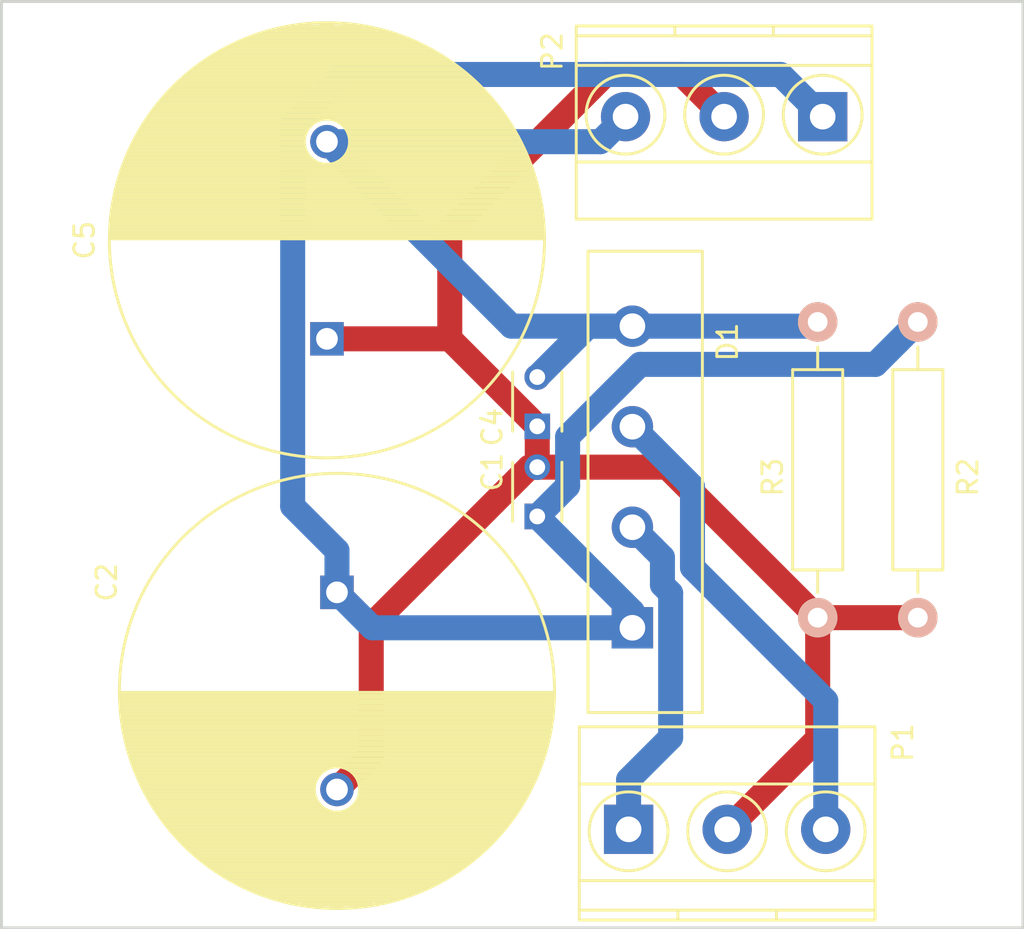
<source format=kicad_pcb>
(kicad_pcb (version 20171130) (host pcbnew "(5.1.12)-1")

  (general
    (thickness 1.6)
    (drawings 4)
    (tracks 53)
    (zones 0)
    (modules 13)
    (nets 6)
  )

  (page A4)
  (layers
    (0 F.Cu signal)
    (31 B.Cu signal)
    (32 B.Adhes user hide)
    (33 F.Adhes user hide)
    (34 B.Paste user hide)
    (35 F.Paste user hide)
    (36 B.SilkS user hide)
    (37 F.SilkS user hide)
    (38 B.Mask user hide)
    (39 F.Mask user hide)
    (40 Dwgs.User user hide)
    (41 Cmts.User user hide)
    (42 Eco1.User user hide)
    (43 Eco2.User user hide)
    (44 Edge.Cuts user)
    (45 Margin user hide)
    (46 B.CrtYd user hide)
    (47 F.CrtYd user hide)
    (48 B.Fab user hide)
    (49 F.Fab user hide)
  )

  (setup
    (last_trace_width 0.254)
    (trace_clearance 0.254)
    (zone_clearance 0.508)
    (zone_45_only no)
    (trace_min 0.1524)
    (via_size 0.6858)
    (via_drill 0.3302)
    (via_min_size 0.6858)
    (via_min_drill 0.3302)
    (uvia_size 0.127)
    (uvia_drill 0.0254)
    (uvias_allowed no)
    (uvia_min_size 0)
    (uvia_min_drill 0)
    (edge_width 0.15)
    (segment_width 0.2)
    (pcb_text_width 0.3)
    (pcb_text_size 1.5 1.5)
    (mod_edge_width 0.15)
    (mod_text_size 1 1)
    (mod_text_width 0.15)
    (pad_size 1.524 1.524)
    (pad_drill 0.762)
    (pad_to_mask_clearance 0.2)
    (aux_axis_origin 0 0)
    (visible_elements 7FFFFFFF)
    (pcbplotparams
      (layerselection 0x00030_80000001)
      (usegerberextensions false)
      (usegerberattributes true)
      (usegerberadvancedattributes true)
      (creategerberjobfile true)
      (excludeedgelayer true)
      (linewidth 0.100000)
      (plotframeref false)
      (viasonmask false)
      (mode 1)
      (useauxorigin false)
      (hpglpennumber 1)
      (hpglpenspeed 20)
      (hpglpendiameter 15.000000)
      (psnegative false)
      (psa4output false)
      (plotreference true)
      (plotvalue true)
      (plotinvisibletext false)
      (padsonsilk false)
      (subtractmaskfromsilk false)
      (outputformat 1)
      (mirror false)
      (drillshape 0)
      (scaleselection 1)
      (outputdirectory ""))
  )

  (net 0 "")
  (net 1 /-12VAC)
  (net 2 /+12VAC)
  (net 3 +15V)
  (net 4 -15V)
  (net 5 GND)

  (net_class Default "This is the default net class."
    (clearance 0.254)
    (trace_width 0.254)
    (via_dia 0.6858)
    (via_drill 0.3302)
    (uvia_dia 0.127)
    (uvia_drill 0.0254)
  )

  (net_class "Audio Out" ""
    (clearance 0.254)
    (trace_width 0.635)
    (via_dia 0.6858)
    (via_drill 0.3302)
    (uvia_dia 0.127)
    (uvia_drill 0.0254)
  )

  (net_class Power ""
    (clearance 0.254)
    (trace_width 1.27)
    (via_dia 0.6858)
    (via_drill 0.3302)
    (uvia_dia 0.127)
    (uvia_drill 0.0254)
    (add_net +15V)
    (add_net -15V)
    (add_net /+12VAC)
    (add_net /-12VAC)
    (add_net GND)
  )

  (module Mounting_Holes:MountingHole_3.2mm_M3 (layer F.Cu) (tedit 592CC2E0) (tstamp 590CAE94)
    (at 122.682 25.146)
    (descr "Mounting Hole 3.2mm, no annular, M3")
    (tags "mounting hole 3.2mm no annular m3")
    (fp_text reference REF** (at 0 -4.2) (layer F.SilkS) hide
      (effects (font (size 1 1) (thickness 0.15)))
    )
    (fp_text value MountingHole_3.2mm_M3 (at 0 4.2) (layer F.Fab)
      (effects (font (size 1 1) (thickness 0.15)))
    )
    (fp_circle (center 0 0) (end 3.45 0) (layer F.CrtYd) (width 0.05))
    (fp_circle (center 0 0) (end 3.2 0) (layer Cmts.User) (width 0.15))
    (pad 1 np_thru_hole circle (at 0 0) (size 3.2 3.2) (drill 3.2) (layers *.Cu *.Mask))
  )

  (module Capacitors_ThroughHole:C_Radial_D22_L41_P10 (layer F.Cu) (tedit 0) (tstamp 58FE131F)
    (at 136.144 51.562 270)
    (descr "Radial Electrolytic Capacitor Diameter 22mm x Length 41mm, Pitch 10mm")
    (tags "Electrolytic Capacitor")
    (path /58E14E27)
    (fp_text reference C2 (at -0.508 11.684 270) (layer F.SilkS)
      (effects (font (size 1 1) (thickness 0.15)))
    )
    (fp_text value 6800u (at 5 12.3 270) (layer F.Fab)
      (effects (font (size 1 1) (thickness 0.15)))
    )
    (fp_circle (center 5 0) (end 5 -11.3) (layer F.CrtYd) (width 0.05))
    (fp_circle (center 5 0) (end 5 -11.0375) (layer F.SilkS) (width 0.15))
    (fp_circle (center 10 0) (end 10 -1.15) (layer F.SilkS) (width 0.15))
    (fp_line (start 15.995 -0.332) (end 15.995 0.332) (layer F.SilkS) (width 0.15))
    (fp_line (start 15.855 -1.78) (end 15.855 1.78) (layer F.SilkS) (width 0.15))
    (fp_line (start 15.715 -2.488) (end 15.715 2.488) (layer F.SilkS) (width 0.15))
    (fp_line (start 15.575 -3.028) (end 15.575 3.028) (layer F.SilkS) (width 0.15))
    (fp_line (start 15.435 -3.48) (end 15.435 3.48) (layer F.SilkS) (width 0.15))
    (fp_line (start 15.295 -3.875) (end 15.295 3.875) (layer F.SilkS) (width 0.15))
    (fp_line (start 15.155 -4.228) (end 15.155 4.228) (layer F.SilkS) (width 0.15))
    (fp_line (start 15.015 -4.55) (end 15.015 4.55) (layer F.SilkS) (width 0.15))
    (fp_line (start 14.875 -4.846) (end 14.875 4.846) (layer F.SilkS) (width 0.15))
    (fp_line (start 14.735 -5.122) (end 14.735 5.122) (layer F.SilkS) (width 0.15))
    (fp_line (start 14.595 -5.379) (end 14.595 5.379) (layer F.SilkS) (width 0.15))
    (fp_line (start 14.455 -5.622) (end 14.455 5.622) (layer F.SilkS) (width 0.15))
    (fp_line (start 14.315 -5.851) (end 14.315 5.851) (layer F.SilkS) (width 0.15))
    (fp_line (start 14.175 -6.068) (end 14.175 6.068) (layer F.SilkS) (width 0.15))
    (fp_line (start 14.035 -6.274) (end 14.035 6.274) (layer F.SilkS) (width 0.15))
    (fp_line (start 13.895 -6.471) (end 13.895 6.471) (layer F.SilkS) (width 0.15))
    (fp_line (start 13.755 -6.66) (end 13.755 6.66) (layer F.SilkS) (width 0.15))
    (fp_line (start 13.615 -6.84) (end 13.615 6.84) (layer F.SilkS) (width 0.15))
    (fp_line (start 13.475 -7.012) (end 13.475 7.012) (layer F.SilkS) (width 0.15))
    (fp_line (start 13.335 -7.178) (end 13.335 7.178) (layer F.SilkS) (width 0.15))
    (fp_line (start 13.195 -7.338) (end 13.195 7.338) (layer F.SilkS) (width 0.15))
    (fp_line (start 13.055 -7.491) (end 13.055 7.491) (layer F.SilkS) (width 0.15))
    (fp_line (start 12.915 -7.639) (end 12.915 7.639) (layer F.SilkS) (width 0.15))
    (fp_line (start 12.775 -7.781) (end 12.775 7.781) (layer F.SilkS) (width 0.15))
    (fp_line (start 12.635 -7.919) (end 12.635 7.919) (layer F.SilkS) (width 0.15))
    (fp_line (start 12.495 -8.051) (end 12.495 8.051) (layer F.SilkS) (width 0.15))
    (fp_line (start 12.355 -8.179) (end 12.355 8.179) (layer F.SilkS) (width 0.15))
    (fp_line (start 12.215 -8.303) (end 12.215 8.303) (layer F.SilkS) (width 0.15))
    (fp_line (start 12.075 -8.423) (end 12.075 8.423) (layer F.SilkS) (width 0.15))
    (fp_line (start 11.935 -8.538) (end 11.935 8.538) (layer F.SilkS) (width 0.15))
    (fp_line (start 11.795 -8.65) (end 11.795 8.65) (layer F.SilkS) (width 0.15))
    (fp_line (start 11.655 -8.758) (end 11.655 8.758) (layer F.SilkS) (width 0.15))
    (fp_line (start 11.515 -8.863) (end 11.515 8.863) (layer F.SilkS) (width 0.15))
    (fp_line (start 11.375 -8.964) (end 11.375 8.964) (layer F.SilkS) (width 0.15))
    (fp_line (start 11.235 -9.062) (end 11.235 9.062) (layer F.SilkS) (width 0.15))
    (fp_line (start 11.095 0.351) (end 11.095 9.157) (layer F.SilkS) (width 0.15))
    (fp_line (start 11.095 -9.157) (end 11.095 -0.351) (layer F.SilkS) (width 0.15))
    (fp_line (start 10.955 0.641) (end 10.955 9.249) (layer F.SilkS) (width 0.15))
    (fp_line (start 10.955 -9.249) (end 10.955 -0.641) (layer F.SilkS) (width 0.15))
    (fp_line (start 10.815 0.811) (end 10.815 9.337) (layer F.SilkS) (width 0.15))
    (fp_line (start 10.815 -9.337) (end 10.815 -0.811) (layer F.SilkS) (width 0.15))
    (fp_line (start 10.675 0.931) (end 10.675 9.423) (layer F.SilkS) (width 0.15))
    (fp_line (start 10.675 -9.423) (end 10.675 -0.931) (layer F.SilkS) (width 0.15))
    (fp_line (start 10.535 1.018) (end 10.535 9.506) (layer F.SilkS) (width 0.15))
    (fp_line (start 10.535 -9.506) (end 10.535 -1.018) (layer F.SilkS) (width 0.15))
    (fp_line (start 10.395 1.08) (end 10.395 9.586) (layer F.SilkS) (width 0.15))
    (fp_line (start 10.395 -9.586) (end 10.395 -1.08) (layer F.SilkS) (width 0.15))
    (fp_line (start 10.255 1.121) (end 10.255 9.664) (layer F.SilkS) (width 0.15))
    (fp_line (start 10.255 -9.664) (end 10.255 -1.121) (layer F.SilkS) (width 0.15))
    (fp_line (start 10.115 1.144) (end 10.115 9.738) (layer F.SilkS) (width 0.15))
    (fp_line (start 10.115 -9.738) (end 10.115 -1.144) (layer F.SilkS) (width 0.15))
    (fp_line (start 9.975 1.15) (end 9.975 9.811) (layer F.SilkS) (width 0.15))
    (fp_line (start 9.975 -9.811) (end 9.975 -1.15) (layer F.SilkS) (width 0.15))
    (fp_line (start 9.835 1.138) (end 9.835 9.88) (layer F.SilkS) (width 0.15))
    (fp_line (start 9.835 -9.88) (end 9.835 -1.138) (layer F.SilkS) (width 0.15))
    (fp_line (start 9.695 1.109) (end 9.695 9.948) (layer F.SilkS) (width 0.15))
    (fp_line (start 9.695 -9.948) (end 9.695 -1.109) (layer F.SilkS) (width 0.15))
    (fp_line (start 9.555 1.06) (end 9.555 10.013) (layer F.SilkS) (width 0.15))
    (fp_line (start 9.555 -10.013) (end 9.555 -1.06) (layer F.SilkS) (width 0.15))
    (fp_line (start 9.415 0.99) (end 9.415 10.075) (layer F.SilkS) (width 0.15))
    (fp_line (start 9.415 -10.075) (end 9.415 -0.99) (layer F.SilkS) (width 0.15))
    (fp_line (start 9.275 0.893) (end 9.275 10.135) (layer F.SilkS) (width 0.15))
    (fp_line (start 9.275 -10.135) (end 9.275 -0.893) (layer F.SilkS) (width 0.15))
    (fp_line (start 9.135 0.758) (end 9.135 10.193) (layer F.SilkS) (width 0.15))
    (fp_line (start 9.135 -10.193) (end 9.135 -0.758) (layer F.SilkS) (width 0.15))
    (fp_line (start 8.995 0.559) (end 8.995 10.249) (layer F.SilkS) (width 0.15))
    (fp_line (start 8.995 -10.249) (end 8.995 -0.559) (layer F.SilkS) (width 0.15))
    (fp_line (start 8.855 0.107) (end 8.855 10.302) (layer F.SilkS) (width 0.15))
    (fp_line (start 8.855 -10.302) (end 8.855 -0.107) (layer F.SilkS) (width 0.15))
    (fp_line (start 8.715 -10.354) (end 8.715 10.354) (layer F.SilkS) (width 0.15))
    (fp_line (start 8.575 -10.403) (end 8.575 10.403) (layer F.SilkS) (width 0.15))
    (fp_line (start 8.435 -10.45) (end 8.435 10.45) (layer F.SilkS) (width 0.15))
    (fp_line (start 8.295 -10.495) (end 8.295 10.495) (layer F.SilkS) (width 0.15))
    (fp_line (start 8.155 -10.538) (end 8.155 10.538) (layer F.SilkS) (width 0.15))
    (fp_line (start 8.015 -10.579) (end 8.015 10.579) (layer F.SilkS) (width 0.15))
    (fp_line (start 7.875 -10.618) (end 7.875 10.618) (layer F.SilkS) (width 0.15))
    (fp_line (start 7.735 -10.655) (end 7.735 10.655) (layer F.SilkS) (width 0.15))
    (fp_line (start 7.595 -10.69) (end 7.595 10.69) (layer F.SilkS) (width 0.15))
    (fp_line (start 7.455 -10.723) (end 7.455 10.723) (layer F.SilkS) (width 0.15))
    (fp_line (start 7.315 -10.754) (end 7.315 10.754) (layer F.SilkS) (width 0.15))
    (fp_line (start 7.175 -10.783) (end 7.175 10.783) (layer F.SilkS) (width 0.15))
    (fp_line (start 7.035 -10.81) (end 7.035 10.81) (layer F.SilkS) (width 0.15))
    (fp_line (start 6.895 -10.836) (end 6.895 10.836) (layer F.SilkS) (width 0.15))
    (fp_line (start 6.755 -10.859) (end 6.755 10.859) (layer F.SilkS) (width 0.15))
    (fp_line (start 6.615 -10.881) (end 6.615 10.881) (layer F.SilkS) (width 0.15))
    (fp_line (start 6.475 -10.901) (end 6.475 10.901) (layer F.SilkS) (width 0.15))
    (fp_line (start 6.335 -10.919) (end 6.335 10.919) (layer F.SilkS) (width 0.15))
    (fp_line (start 6.195 -10.935) (end 6.195 10.935) (layer F.SilkS) (width 0.15))
    (fp_line (start 6.055 -10.949) (end 6.055 10.949) (layer F.SilkS) (width 0.15))
    (fp_line (start 5.915 -10.962) (end 5.915 10.962) (layer F.SilkS) (width 0.15))
    (fp_line (start 5.775 -10.973) (end 5.775 10.973) (layer F.SilkS) (width 0.15))
    (fp_line (start 5.635 -10.982) (end 5.635 10.982) (layer F.SilkS) (width 0.15))
    (fp_line (start 5.495 -10.989) (end 5.495 10.989) (layer F.SilkS) (width 0.15))
    (fp_line (start 5.355 -10.994) (end 5.355 10.994) (layer F.SilkS) (width 0.15))
    (fp_line (start 5.215 -10.998) (end 5.215 10.998) (layer F.SilkS) (width 0.15))
    (fp_line (start 5.075 -11) (end 5.075 11) (layer F.SilkS) (width 0.15))
    (pad 1 thru_hole rect (at 0 0 270) (size 1.7 1.7) (drill 1.1) (layers *.Cu *.Mask)
      (net 3 +15V))
    (pad 2 thru_hole circle (at 10 0 270) (size 1.7 1.7) (drill 1.1) (layers *.Cu *.Mask)
      (net 5 GND))
    (model Capacitors_ThroughHole.3dshapes/C_Radial_D22_L41_P10.wrl
      (offset (xyz 4.999989924907684 0 0))
      (scale (xyz 1 1 1))
      (rotate (xyz 0 0 90))
    )
  )

  (module Capacitors_ThroughHole:C_Radial_D22_L41_P10 (layer F.Cu) (tedit 0) (tstamp 58FE1387)
    (at 135.636 38.702 90)
    (descr "Radial Electrolytic Capacitor Diameter 22mm x Length 41mm, Pitch 10mm")
    (tags "Electrolytic Capacitor")
    (path /58E14EB6)
    (fp_text reference C5 (at 5 -12.3 90) (layer F.SilkS)
      (effects (font (size 1 1) (thickness 0.15)))
    )
    (fp_text value 6800u (at 5 12.3 90) (layer F.Fab)
      (effects (font (size 1 1) (thickness 0.15)))
    )
    (fp_circle (center 5 0) (end 5 -11.3) (layer F.CrtYd) (width 0.05))
    (fp_circle (center 5 0) (end 5 -11.0375) (layer F.SilkS) (width 0.15))
    (fp_circle (center 10 0) (end 10 -1.15) (layer F.SilkS) (width 0.15))
    (fp_line (start 15.995 -0.332) (end 15.995 0.332) (layer F.SilkS) (width 0.15))
    (fp_line (start 15.855 -1.78) (end 15.855 1.78) (layer F.SilkS) (width 0.15))
    (fp_line (start 15.715 -2.488) (end 15.715 2.488) (layer F.SilkS) (width 0.15))
    (fp_line (start 15.575 -3.028) (end 15.575 3.028) (layer F.SilkS) (width 0.15))
    (fp_line (start 15.435 -3.48) (end 15.435 3.48) (layer F.SilkS) (width 0.15))
    (fp_line (start 15.295 -3.875) (end 15.295 3.875) (layer F.SilkS) (width 0.15))
    (fp_line (start 15.155 -4.228) (end 15.155 4.228) (layer F.SilkS) (width 0.15))
    (fp_line (start 15.015 -4.55) (end 15.015 4.55) (layer F.SilkS) (width 0.15))
    (fp_line (start 14.875 -4.846) (end 14.875 4.846) (layer F.SilkS) (width 0.15))
    (fp_line (start 14.735 -5.122) (end 14.735 5.122) (layer F.SilkS) (width 0.15))
    (fp_line (start 14.595 -5.379) (end 14.595 5.379) (layer F.SilkS) (width 0.15))
    (fp_line (start 14.455 -5.622) (end 14.455 5.622) (layer F.SilkS) (width 0.15))
    (fp_line (start 14.315 -5.851) (end 14.315 5.851) (layer F.SilkS) (width 0.15))
    (fp_line (start 14.175 -6.068) (end 14.175 6.068) (layer F.SilkS) (width 0.15))
    (fp_line (start 14.035 -6.274) (end 14.035 6.274) (layer F.SilkS) (width 0.15))
    (fp_line (start 13.895 -6.471) (end 13.895 6.471) (layer F.SilkS) (width 0.15))
    (fp_line (start 13.755 -6.66) (end 13.755 6.66) (layer F.SilkS) (width 0.15))
    (fp_line (start 13.615 -6.84) (end 13.615 6.84) (layer F.SilkS) (width 0.15))
    (fp_line (start 13.475 -7.012) (end 13.475 7.012) (layer F.SilkS) (width 0.15))
    (fp_line (start 13.335 -7.178) (end 13.335 7.178) (layer F.SilkS) (width 0.15))
    (fp_line (start 13.195 -7.338) (end 13.195 7.338) (layer F.SilkS) (width 0.15))
    (fp_line (start 13.055 -7.491) (end 13.055 7.491) (layer F.SilkS) (width 0.15))
    (fp_line (start 12.915 -7.639) (end 12.915 7.639) (layer F.SilkS) (width 0.15))
    (fp_line (start 12.775 -7.781) (end 12.775 7.781) (layer F.SilkS) (width 0.15))
    (fp_line (start 12.635 -7.919) (end 12.635 7.919) (layer F.SilkS) (width 0.15))
    (fp_line (start 12.495 -8.051) (end 12.495 8.051) (layer F.SilkS) (width 0.15))
    (fp_line (start 12.355 -8.179) (end 12.355 8.179) (layer F.SilkS) (width 0.15))
    (fp_line (start 12.215 -8.303) (end 12.215 8.303) (layer F.SilkS) (width 0.15))
    (fp_line (start 12.075 -8.423) (end 12.075 8.423) (layer F.SilkS) (width 0.15))
    (fp_line (start 11.935 -8.538) (end 11.935 8.538) (layer F.SilkS) (width 0.15))
    (fp_line (start 11.795 -8.65) (end 11.795 8.65) (layer F.SilkS) (width 0.15))
    (fp_line (start 11.655 -8.758) (end 11.655 8.758) (layer F.SilkS) (width 0.15))
    (fp_line (start 11.515 -8.863) (end 11.515 8.863) (layer F.SilkS) (width 0.15))
    (fp_line (start 11.375 -8.964) (end 11.375 8.964) (layer F.SilkS) (width 0.15))
    (fp_line (start 11.235 -9.062) (end 11.235 9.062) (layer F.SilkS) (width 0.15))
    (fp_line (start 11.095 0.351) (end 11.095 9.157) (layer F.SilkS) (width 0.15))
    (fp_line (start 11.095 -9.157) (end 11.095 -0.351) (layer F.SilkS) (width 0.15))
    (fp_line (start 10.955 0.641) (end 10.955 9.249) (layer F.SilkS) (width 0.15))
    (fp_line (start 10.955 -9.249) (end 10.955 -0.641) (layer F.SilkS) (width 0.15))
    (fp_line (start 10.815 0.811) (end 10.815 9.337) (layer F.SilkS) (width 0.15))
    (fp_line (start 10.815 -9.337) (end 10.815 -0.811) (layer F.SilkS) (width 0.15))
    (fp_line (start 10.675 0.931) (end 10.675 9.423) (layer F.SilkS) (width 0.15))
    (fp_line (start 10.675 -9.423) (end 10.675 -0.931) (layer F.SilkS) (width 0.15))
    (fp_line (start 10.535 1.018) (end 10.535 9.506) (layer F.SilkS) (width 0.15))
    (fp_line (start 10.535 -9.506) (end 10.535 -1.018) (layer F.SilkS) (width 0.15))
    (fp_line (start 10.395 1.08) (end 10.395 9.586) (layer F.SilkS) (width 0.15))
    (fp_line (start 10.395 -9.586) (end 10.395 -1.08) (layer F.SilkS) (width 0.15))
    (fp_line (start 10.255 1.121) (end 10.255 9.664) (layer F.SilkS) (width 0.15))
    (fp_line (start 10.255 -9.664) (end 10.255 -1.121) (layer F.SilkS) (width 0.15))
    (fp_line (start 10.115 1.144) (end 10.115 9.738) (layer F.SilkS) (width 0.15))
    (fp_line (start 10.115 -9.738) (end 10.115 -1.144) (layer F.SilkS) (width 0.15))
    (fp_line (start 9.975 1.15) (end 9.975 9.811) (layer F.SilkS) (width 0.15))
    (fp_line (start 9.975 -9.811) (end 9.975 -1.15) (layer F.SilkS) (width 0.15))
    (fp_line (start 9.835 1.138) (end 9.835 9.88) (layer F.SilkS) (width 0.15))
    (fp_line (start 9.835 -9.88) (end 9.835 -1.138) (layer F.SilkS) (width 0.15))
    (fp_line (start 9.695 1.109) (end 9.695 9.948) (layer F.SilkS) (width 0.15))
    (fp_line (start 9.695 -9.948) (end 9.695 -1.109) (layer F.SilkS) (width 0.15))
    (fp_line (start 9.555 1.06) (end 9.555 10.013) (layer F.SilkS) (width 0.15))
    (fp_line (start 9.555 -10.013) (end 9.555 -1.06) (layer F.SilkS) (width 0.15))
    (fp_line (start 9.415 0.99) (end 9.415 10.075) (layer F.SilkS) (width 0.15))
    (fp_line (start 9.415 -10.075) (end 9.415 -0.99) (layer F.SilkS) (width 0.15))
    (fp_line (start 9.275 0.893) (end 9.275 10.135) (layer F.SilkS) (width 0.15))
    (fp_line (start 9.275 -10.135) (end 9.275 -0.893) (layer F.SilkS) (width 0.15))
    (fp_line (start 9.135 0.758) (end 9.135 10.193) (layer F.SilkS) (width 0.15))
    (fp_line (start 9.135 -10.193) (end 9.135 -0.758) (layer F.SilkS) (width 0.15))
    (fp_line (start 8.995 0.559) (end 8.995 10.249) (layer F.SilkS) (width 0.15))
    (fp_line (start 8.995 -10.249) (end 8.995 -0.559) (layer F.SilkS) (width 0.15))
    (fp_line (start 8.855 0.107) (end 8.855 10.302) (layer F.SilkS) (width 0.15))
    (fp_line (start 8.855 -10.302) (end 8.855 -0.107) (layer F.SilkS) (width 0.15))
    (fp_line (start 8.715 -10.354) (end 8.715 10.354) (layer F.SilkS) (width 0.15))
    (fp_line (start 8.575 -10.403) (end 8.575 10.403) (layer F.SilkS) (width 0.15))
    (fp_line (start 8.435 -10.45) (end 8.435 10.45) (layer F.SilkS) (width 0.15))
    (fp_line (start 8.295 -10.495) (end 8.295 10.495) (layer F.SilkS) (width 0.15))
    (fp_line (start 8.155 -10.538) (end 8.155 10.538) (layer F.SilkS) (width 0.15))
    (fp_line (start 8.015 -10.579) (end 8.015 10.579) (layer F.SilkS) (width 0.15))
    (fp_line (start 7.875 -10.618) (end 7.875 10.618) (layer F.SilkS) (width 0.15))
    (fp_line (start 7.735 -10.655) (end 7.735 10.655) (layer F.SilkS) (width 0.15))
    (fp_line (start 7.595 -10.69) (end 7.595 10.69) (layer F.SilkS) (width 0.15))
    (fp_line (start 7.455 -10.723) (end 7.455 10.723) (layer F.SilkS) (width 0.15))
    (fp_line (start 7.315 -10.754) (end 7.315 10.754) (layer F.SilkS) (width 0.15))
    (fp_line (start 7.175 -10.783) (end 7.175 10.783) (layer F.SilkS) (width 0.15))
    (fp_line (start 7.035 -10.81) (end 7.035 10.81) (layer F.SilkS) (width 0.15))
    (fp_line (start 6.895 -10.836) (end 6.895 10.836) (layer F.SilkS) (width 0.15))
    (fp_line (start 6.755 -10.859) (end 6.755 10.859) (layer F.SilkS) (width 0.15))
    (fp_line (start 6.615 -10.881) (end 6.615 10.881) (layer F.SilkS) (width 0.15))
    (fp_line (start 6.475 -10.901) (end 6.475 10.901) (layer F.SilkS) (width 0.15))
    (fp_line (start 6.335 -10.919) (end 6.335 10.919) (layer F.SilkS) (width 0.15))
    (fp_line (start 6.195 -10.935) (end 6.195 10.935) (layer F.SilkS) (width 0.15))
    (fp_line (start 6.055 -10.949) (end 6.055 10.949) (layer F.SilkS) (width 0.15))
    (fp_line (start 5.915 -10.962) (end 5.915 10.962) (layer F.SilkS) (width 0.15))
    (fp_line (start 5.775 -10.973) (end 5.775 10.973) (layer F.SilkS) (width 0.15))
    (fp_line (start 5.635 -10.982) (end 5.635 10.982) (layer F.SilkS) (width 0.15))
    (fp_line (start 5.495 -10.989) (end 5.495 10.989) (layer F.SilkS) (width 0.15))
    (fp_line (start 5.355 -10.994) (end 5.355 10.994) (layer F.SilkS) (width 0.15))
    (fp_line (start 5.215 -10.998) (end 5.215 10.998) (layer F.SilkS) (width 0.15))
    (fp_line (start 5.075 -11) (end 5.075 11) (layer F.SilkS) (width 0.15))
    (pad 1 thru_hole rect (at 0 0 90) (size 1.7 1.7) (drill 1.1) (layers *.Cu *.Mask)
      (net 5 GND))
    (pad 2 thru_hole circle (at 10 0 90) (size 1.7 1.7) (drill 1.1) (layers *.Cu *.Mask)
      (net 4 -15V))
    (model Capacitors_ThroughHole.3dshapes/C_Radial_D22_L41_P10.wrl
      (offset (xyz 4.999989924907684 0 0))
      (scale (xyz 1 1 1))
      (rotate (xyz 0 0 90))
    )
  )

  (module Diodes_ThroughHole:Diode_Bridge_18.5x5.5 (layer F.Cu) (tedit 5745F1E1) (tstamp 58FDED01)
    (at 151.13 53.36 90)
    (descr "Single phase bridge rectifier case 18.5x5.5")
    (tags "Diode Bridge")
    (path /58E312D3)
    (fp_text reference D1 (at 14.498 4.826 90) (layer F.SilkS)
      (effects (font (size 1 1) (thickness 0.15)))
    )
    (fp_text value Diode_Bridge (at 4.1 4.8 90) (layer F.Fab)
      (effects (font (size 1 1) (thickness 0.15)))
    )
    (fp_line (start -4.3 3.55) (end -4.3 -2.25) (layer F.SilkS) (width 0.15))
    (fp_line (start 19.1 3.55) (end -4.3 3.55) (layer F.SilkS) (width 0.15))
    (fp_line (start 19.1 -2.25) (end 19.1 3.55) (layer F.SilkS) (width 0.15))
    (fp_line (start -4.3 -2.25) (end 19.1 -2.25) (layer F.SilkS) (width 0.15))
    (fp_line (start -4.65 -2.6) (end 19.45 -2.6) (layer F.CrtYd) (width 0.05))
    (fp_line (start -4.65 3.9) (end -4.65 -2.6) (layer F.CrtYd) (width 0.05))
    (fp_line (start 19.45 3.9) (end -4.65 3.9) (layer F.CrtYd) (width 0.05))
    (fp_line (start 19.45 -2.6) (end 19.45 3.9) (layer F.CrtYd) (width 0.05))
    (fp_line (start 0 2) (end 0 3) (layer F.Fab) (width 0.2))
    (fp_line (start -0.5 2.5) (end 0.5 2.5) (layer F.Fab) (width 0.2))
    (fp_line (start 14.75 2.5) (end 15.75 2.5) (layer F.Fab) (width 0.2))
    (fp_arc (start 10.05 2.2) (end 10.35 2.5) (angle 100) (layer F.Fab) (width 0.2))
    (fp_arc (start 10.7 2.7) (end 10.35 2.5) (angle 100) (layer F.Fab) (width 0.2))
    (fp_arc (start 5.6 2.7) (end 5.25 2.5) (angle 100) (layer F.Fab) (width 0.2))
    (fp_arc (start 4.95 2.2) (end 5.25 2.5) (angle 100) (layer F.Fab) (width 0.2))
    (pad 3 thru_hole rect (at 0 0 90) (size 2.1 2.1) (drill 1.3) (layers *.Cu *.Mask)
      (net 3 +15V))
    (pad 2 thru_hole circle (at 5.1 0 90) (size 2.1 2.1) (drill 1.3) (layers *.Cu *.Mask)
      (net 1 /-12VAC))
    (pad 1 thru_hole circle (at 15.3 0 90) (size 2.1 2.1) (drill 1.3) (layers *.Cu *.Mask)
      (net 4 -15V))
    (pad 4 thru_hole circle (at 10.2 0 90) (size 2.1 2.1) (drill 1.3) (layers *.Cu *.Mask)
      (net 2 /+12VAC))
    (model ../../../../../home/showard/scimpy/scimpy/boards/new3dshape/Diode_Bridge_18_5x5_5.wrl
      (at (xyz 0 0 0))
      (scale (xyz 1 1 1))
      (rotate (xyz 0 0 0))
    )
  )

  (module Capacitors_ThroughHole:C_Disc_D3_P2.5 (layer F.Cu) (tedit 0) (tstamp 58EE82AC)
    (at 146.304 43.14 90)
    (descr "Capacitor 3mm Disc, Pitch 2.5mm")
    (tags Capacitor)
    (path /58E5D68C)
    (fp_text reference C4 (at -0.04 -2.286 90) (layer F.SilkS)
      (effects (font (size 1 1) (thickness 0.15)))
    )
    (fp_text value 100n (at 1.25 2.5 90) (layer F.Fab)
      (effects (font (size 1 1) (thickness 0.15)))
    )
    (fp_line (start 2.75 1.25) (end -0.25 1.25) (layer F.SilkS) (width 0.15))
    (fp_line (start -0.25 -1.25) (end 2.75 -1.25) (layer F.SilkS) (width 0.15))
    (fp_line (start -0.9 1.5) (end -0.9 -1.5) (layer F.CrtYd) (width 0.05))
    (fp_line (start 3.4 1.5) (end -0.9 1.5) (layer F.CrtYd) (width 0.05))
    (fp_line (start 3.4 -1.5) (end 3.4 1.5) (layer F.CrtYd) (width 0.05))
    (fp_line (start -0.9 -1.5) (end 3.4 -1.5) (layer F.CrtYd) (width 0.05))
    (pad 1 thru_hole rect (at 0 0 90) (size 1.3 1.3) (drill 0.8) (layers *.Cu *.Mask)
      (net 5 GND))
    (pad 2 thru_hole circle (at 2.5 0 90) (size 1.3 1.3) (drill 0.8001) (layers *.Cu *.Mask)
      (net 4 -15V))
    (model Capacitors_ThroughHole.3dshapes/C_Disc_D3_P2.5.wrl
      (offset (xyz 1.250000021226883 0 0))
      (scale (xyz 1 1 1))
      (rotate (xyz 0 0 0))
    )
  )

  (module Resistors_ThroughHole:Resistor_Horizontal_RM15mm (layer F.Cu) (tedit 569FCEE8) (tstamp 58E87B50)
    (at 160.528 52.846 90)
    (descr "Resistor, Axial, RM 15mm,")
    (tags "Resistor Axial RM 15mm")
    (path /58E097EA)
    (fp_text reference R3 (at 7.126 -2.286 90) (layer F.SilkS)
      (effects (font (size 1 1) (thickness 0.15)))
    )
    (fp_text value "1K 1W" (at 7.5 4.0005 90) (layer F.Fab)
      (effects (font (size 1 1) (thickness 0.15)))
    )
    (fp_line (start 1.27 0) (end 2.42 0) (layer F.SilkS) (width 0.15))
    (fp_line (start 13.73 0) (end 12.58 0) (layer F.SilkS) (width 0.15))
    (fp_line (start 12.58 -1.27) (end 2.42 -1.27) (layer F.SilkS) (width 0.15))
    (fp_line (start 12.58 1.27) (end 12.58 -1.27) (layer F.SilkS) (width 0.15))
    (fp_line (start 2.42 1.27) (end 12.58 1.27) (layer F.SilkS) (width 0.15))
    (fp_line (start 2.42 -1.27) (end 2.42 1.27) (layer F.SilkS) (width 0.15))
    (fp_line (start 16.25 1.5) (end -1.25 1.5) (layer F.CrtYd) (width 0.05))
    (fp_line (start 16.25 -1.5) (end 16.25 1.5) (layer F.CrtYd) (width 0.05))
    (fp_line (start -1.25 -1.5) (end 16.25 -1.5) (layer F.CrtYd) (width 0.05))
    (fp_line (start -1.25 1.5) (end -1.25 -1.5) (layer F.CrtYd) (width 0.05))
    (pad 1 thru_hole circle (at 0 0 90) (size 1.99898 1.99898) (drill 1.00076) (layers *.Cu *.SilkS *.Mask)
      (net 5 GND))
    (pad 2 thru_hole circle (at 15 0 90) (size 1.99898 1.99898) (drill 1.00076) (layers *.Cu *.SilkS *.Mask)
      (net 4 -15V))
    (model Resistors_ThroughHole.3dshapes/Resistor_Horizontal_RM15mm.wrl
      (offset (xyz 7.49299988746643 0 0))
      (scale (xyz 0.395 0.4 0.4))
      (rotate (xyz 0 0 0))
    )
  )

  (module Resistors_ThroughHole:Resistor_Horizontal_RM15mm (layer F.Cu) (tedit 569FCEE8) (tstamp 58E87B4B)
    (at 165.608 37.846 270)
    (descr "Resistor, Axial, RM 15mm,")
    (tags "Resistor Axial RM 15mm")
    (path /58E0977A)
    (fp_text reference R2 (at 7.874 -2.54 270) (layer F.SilkS)
      (effects (font (size 1 1) (thickness 0.15)))
    )
    (fp_text value "1K 1W" (at 7.5 4.0005 270) (layer F.Fab)
      (effects (font (size 1 1) (thickness 0.15)))
    )
    (fp_line (start 1.27 0) (end 2.42 0) (layer F.SilkS) (width 0.15))
    (fp_line (start 13.73 0) (end 12.58 0) (layer F.SilkS) (width 0.15))
    (fp_line (start 12.58 -1.27) (end 2.42 -1.27) (layer F.SilkS) (width 0.15))
    (fp_line (start 12.58 1.27) (end 12.58 -1.27) (layer F.SilkS) (width 0.15))
    (fp_line (start 2.42 1.27) (end 12.58 1.27) (layer F.SilkS) (width 0.15))
    (fp_line (start 2.42 -1.27) (end 2.42 1.27) (layer F.SilkS) (width 0.15))
    (fp_line (start 16.25 1.5) (end -1.25 1.5) (layer F.CrtYd) (width 0.05))
    (fp_line (start 16.25 -1.5) (end 16.25 1.5) (layer F.CrtYd) (width 0.05))
    (fp_line (start -1.25 -1.5) (end 16.25 -1.5) (layer F.CrtYd) (width 0.05))
    (fp_line (start -1.25 1.5) (end -1.25 -1.5) (layer F.CrtYd) (width 0.05))
    (pad 1 thru_hole circle (at 0 0 270) (size 1.99898 1.99898) (drill 1.00076) (layers *.Cu *.SilkS *.Mask)
      (net 3 +15V))
    (pad 2 thru_hole circle (at 15 0 270) (size 1.99898 1.99898) (drill 1.00076) (layers *.Cu *.SilkS *.Mask)
      (net 5 GND))
    (model Resistors_ThroughHole.3dshapes/Resistor_Horizontal_RM15mm.wrl
      (offset (xyz 7.49299988746643 0 0))
      (scale (xyz 0.395 0.4 0.4))
      (rotate (xyz 0 0 0))
    )
  )

  (module Capacitors_ThroughHole:C_Disc_D3_P2.5 (layer F.Cu) (tedit 0) (tstamp 58E6B4EE)
    (at 146.304 47.712 90)
    (descr "Capacitor 3mm Disc, Pitch 2.5mm")
    (tags Capacitor)
    (path /58E5D56E)
    (fp_text reference C1 (at 2.246 -2.286 90) (layer F.SilkS)
      (effects (font (size 1 1) (thickness 0.15)))
    )
    (fp_text value 100n (at 1.25 2.5 90) (layer F.Fab)
      (effects (font (size 1 1) (thickness 0.15)))
    )
    (fp_line (start 2.75 1.25) (end -0.25 1.25) (layer F.SilkS) (width 0.15))
    (fp_line (start -0.25 -1.25) (end 2.75 -1.25) (layer F.SilkS) (width 0.15))
    (fp_line (start -0.9 1.5) (end -0.9 -1.5) (layer F.CrtYd) (width 0.05))
    (fp_line (start 3.4 1.5) (end -0.9 1.5) (layer F.CrtYd) (width 0.05))
    (fp_line (start 3.4 -1.5) (end 3.4 1.5) (layer F.CrtYd) (width 0.05))
    (fp_line (start -0.9 -1.5) (end 3.4 -1.5) (layer F.CrtYd) (width 0.05))
    (pad 1 thru_hole rect (at 0 0 90) (size 1.3 1.3) (drill 0.8) (layers *.Cu *.Mask)
      (net 3 +15V))
    (pad 2 thru_hole circle (at 2.5 0 90) (size 1.3 1.3) (drill 0.8001) (layers *.Cu *.Mask)
      (net 5 GND))
    (model Capacitors_ThroughHole.3dshapes/C_Disc_D3_P2.5.wrl
      (offset (xyz 1.250000021226883 0 0))
      (scale (xyz 1 1 1))
      (rotate (xyz 0 0 0))
    )
  )

  (module Terminal_Blocks:TerminalBlock_Pheonix_MKDS1.5-3pol (layer F.Cu) (tedit 5630081E) (tstamp 58E55A1A)
    (at 150.93696 63.58382)
    (descr "3-way 5mm pitch terminal block, Phoenix MKDS series")
    (path /58E31639)
    (fp_text reference P1 (at 13.90904 -4.40182 90) (layer F.SilkS)
      (effects (font (size 1 1) (thickness 0.15)))
    )
    (fp_text value CONN_01X03 (at 5 -6.6) (layer F.Fab)
      (effects (font (size 1 1) (thickness 0.15)))
    )
    (fp_line (start -2.5 -5.2) (end -2.5 4.6) (layer F.SilkS) (width 0.15))
    (fp_line (start 12.5 -5.2) (end -2.5 -5.2) (layer F.SilkS) (width 0.15))
    (fp_line (start 12.5 4.6) (end 12.5 -5.2) (layer F.SilkS) (width 0.15))
    (fp_line (start -2.5 4.6) (end 12.5 4.6) (layer F.SilkS) (width 0.15))
    (fp_line (start -2.5 4.1) (end 12.5 4.1) (layer F.SilkS) (width 0.15))
    (fp_line (start -2.5 -2.3) (end 12.5 -2.3) (layer F.SilkS) (width 0.15))
    (fp_line (start -2.5 2.6) (end 12.5 2.6) (layer F.SilkS) (width 0.15))
    (fp_circle (center 0 0.1) (end 2 0.1) (layer F.SilkS) (width 0.15))
    (fp_circle (center 5 0.1) (end 3 0.1) (layer F.SilkS) (width 0.15))
    (fp_line (start 2.5 4.1) (end 2.5 4.6) (layer F.SilkS) (width 0.15))
    (fp_line (start 7.5 4.1) (end 7.5 4.6) (layer F.SilkS) (width 0.15))
    (fp_circle (center 10 0.1) (end 8 0.1) (layer F.SilkS) (width 0.15))
    (fp_line (start -2.7 -5.4) (end 12.7 -5.4) (layer F.CrtYd) (width 0.05))
    (fp_line (start 12.7 -5.4) (end 12.7 4.8) (layer F.CrtYd) (width 0.05))
    (fp_line (start 12.7 4.8) (end -2.7 4.8) (layer F.CrtYd) (width 0.05))
    (fp_line (start -2.7 4.8) (end -2.7 -5.4) (layer F.CrtYd) (width 0.05))
    (pad 3 thru_hole circle (at 10 0) (size 2.5 2.5) (drill 1.3) (layers *.Cu *.Mask)
      (net 2 /+12VAC))
    (pad 1 thru_hole rect (at 0 0) (size 2.5 2.5) (drill 1.3) (layers *.Cu *.Mask)
      (net 1 /-12VAC))
    (pad 2 thru_hole circle (at 5 0) (size 2.5 2.5) (drill 1.3) (layers *.Cu *.Mask)
      (net 5 GND))
    (model Terminal_Blocks.3dshapes/TerminalBlock_Pheonix_MKDS1.5-3pol.wrl
      (offset (xyz 4.998719924926758 0 0))
      (scale (xyz 1 1 1))
      (rotate (xyz 0 0 0))
    )
  )

  (module Terminal_Blocks:TerminalBlock_Pheonix_MKDS1.5-3pol (layer F.Cu) (tedit 5630081E) (tstamp 590CA7B5)
    (at 160.782 27.432 180)
    (descr "3-way 5mm pitch terminal block, Phoenix MKDS series")
    (path /590CB8B6)
    (fp_text reference P2 (at 13.716 3.302 270) (layer F.SilkS)
      (effects (font (size 1 1) (thickness 0.15)))
    )
    (fp_text value CONN_01X03 (at 5 -6.6 180) (layer F.Fab)
      (effects (font (size 1 1) (thickness 0.15)))
    )
    (fp_line (start -2.5 -5.2) (end -2.5 4.6) (layer F.SilkS) (width 0.15))
    (fp_line (start 12.5 -5.2) (end -2.5 -5.2) (layer F.SilkS) (width 0.15))
    (fp_line (start 12.5 4.6) (end 12.5 -5.2) (layer F.SilkS) (width 0.15))
    (fp_line (start -2.5 4.6) (end 12.5 4.6) (layer F.SilkS) (width 0.15))
    (fp_line (start -2.5 4.1) (end 12.5 4.1) (layer F.SilkS) (width 0.15))
    (fp_line (start -2.5 -2.3) (end 12.5 -2.3) (layer F.SilkS) (width 0.15))
    (fp_line (start -2.5 2.6) (end 12.5 2.6) (layer F.SilkS) (width 0.15))
    (fp_circle (center 0 0.1) (end 2 0.1) (layer F.SilkS) (width 0.15))
    (fp_circle (center 5 0.1) (end 3 0.1) (layer F.SilkS) (width 0.15))
    (fp_line (start 2.5 4.1) (end 2.5 4.6) (layer F.SilkS) (width 0.15))
    (fp_line (start 7.5 4.1) (end 7.5 4.6) (layer F.SilkS) (width 0.15))
    (fp_circle (center 10 0.1) (end 8 0.1) (layer F.SilkS) (width 0.15))
    (fp_line (start -2.7 -5.4) (end 12.7 -5.4) (layer F.CrtYd) (width 0.05))
    (fp_line (start 12.7 -5.4) (end 12.7 4.8) (layer F.CrtYd) (width 0.05))
    (fp_line (start 12.7 4.8) (end -2.7 4.8) (layer F.CrtYd) (width 0.05))
    (fp_line (start -2.7 4.8) (end -2.7 -5.4) (layer F.CrtYd) (width 0.05))
    (pad 3 thru_hole circle (at 10 0 180) (size 2.5 2.5) (drill 1.3) (layers *.Cu *.Mask)
      (net 4 -15V))
    (pad 1 thru_hole rect (at 0 0 180) (size 2.5 2.5) (drill 1.3) (layers *.Cu *.Mask)
      (net 3 +15V))
    (pad 2 thru_hole circle (at 5 0 180) (size 2.5 2.5) (drill 1.3) (layers *.Cu *.Mask)
      (net 5 GND))
    (model Terminal_Blocks.3dshapes/TerminalBlock_Pheonix_MKDS1.5-3pol.wrl
      (offset (xyz 4.998719924926758 0 0))
      (scale (xyz 1 1 1))
      (rotate (xyz 0 0 0))
    )
  )

  (module Mounting_Holes:MountingHole_3.2mm_M3 (layer F.Cu) (tedit 592CC2DD) (tstamp 590CAE7F)
    (at 167.386 25.146)
    (descr "Mounting Hole 3.2mm, no annular, M3")
    (tags "mounting hole 3.2mm no annular m3")
    (fp_text reference REF** (at 0 -4.2) (layer F.SilkS) hide
      (effects (font (size 1 1) (thickness 0.15)))
    )
    (fp_text value MountingHole_3.2mm_M3 (at 0 4.2) (layer F.Fab)
      (effects (font (size 1 1) (thickness 0.15)))
    )
    (fp_circle (center 0 0) (end 3.45 0) (layer F.CrtYd) (width 0.05))
    (fp_circle (center 0 0) (end 3.2 0) (layer Cmts.User) (width 0.15))
    (pad 1 np_thru_hole circle (at 0 0) (size 3.2 3.2) (drill 3.2) (layers *.Cu *.Mask))
  )

  (module Mounting_Holes:MountingHole_3.2mm_M3 (layer F.Cu) (tedit 592CC2E3) (tstamp 590CAE86)
    (at 167.386 65.024)
    (descr "Mounting Hole 3.2mm, no annular, M3")
    (tags "mounting hole 3.2mm no annular m3")
    (fp_text reference REF** (at 0 -4.2) (layer F.SilkS) hide
      (effects (font (size 1 1) (thickness 0.15)))
    )
    (fp_text value MountingHole_3.2mm_M3 (at 0 4.2) (layer F.Fab)
      (effects (font (size 1 1) (thickness 0.15)))
    )
    (fp_circle (center 0 0) (end 3.45 0) (layer F.CrtYd) (width 0.05))
    (fp_circle (center 0 0) (end 3.2 0) (layer Cmts.User) (width 0.15))
    (pad 1 np_thru_hole circle (at 0 0) (size 3.2 3.2) (drill 3.2) (layers *.Cu *.Mask))
  )

  (module Mounting_Holes:MountingHole_3.2mm_M3 (layer F.Cu) (tedit 592CC2E6) (tstamp 590CAE8D)
    (at 122.682 65.024)
    (descr "Mounting Hole 3.2mm, no annular, M3")
    (tags "mounting hole 3.2mm no annular m3")
    (fp_text reference REF** (at 0 -4.2) (layer F.SilkS) hide
      (effects (font (size 1 1) (thickness 0.15)))
    )
    (fp_text value MountingHole_3.2mm_M3 (at 0 4.2) (layer F.Fab)
      (effects (font (size 1 1) (thickness 0.15)))
    )
    (fp_circle (center 0 0) (end 3.45 0) (layer F.CrtYd) (width 0.05))
    (fp_circle (center 0 0) (end 3.2 0) (layer Cmts.User) (width 0.15))
    (pad 1 np_thru_hole circle (at 0 0) (size 3.2 3.2) (drill 3.2) (layers *.Cu *.Mask))
  )

  (gr_line (start 170.942 21.59) (end 170.942 68.58) (layer Edge.Cuts) (width 0.15))
  (gr_line (start 119.126 21.59) (end 170.942 21.59) (layer Edge.Cuts) (width 0.15))
  (gr_line (start 119.126 68.58) (end 119.126 21.59) (layer Edge.Cuts) (width 0.15))
  (gr_line (start 170.942 68.58) (end 119.126 68.58) (layer Edge.Cuts) (width 0.15))

  (segment (start 152.179999 49.309999) (end 151.13 48.26) (width 1.27) (layer B.Cu) (net 1))
  (segment (start 152.654011 49.784011) (end 152.179999 49.309999) (width 1.27) (layer B.Cu) (net 1))
  (segment (start 152.654011 51.184735) (end 152.654011 49.784011) (width 1.27) (layer B.Cu) (net 1))
  (segment (start 153.069001 51.599725) (end 152.654011 51.184735) (width 1.27) (layer B.Cu) (net 1))
  (segment (start 153.069001 58.931779) (end 153.069001 51.599725) (width 1.27) (layer B.Cu) (net 1))
  (segment (start 150.93696 61.06382) (end 153.069001 58.931779) (width 1.27) (layer B.Cu) (net 1))
  (segment (start 150.93696 63.58382) (end 150.93696 61.06382) (width 1.27) (layer B.Cu) (net 1))
  (segment (start 154.178022 46.208022) (end 152.179999 44.209999) (width 1.27) (layer B.Cu) (net 2))
  (segment (start 154.178022 50.299742) (end 154.178022 46.208022) (width 1.27) (layer B.Cu) (net 2))
  (segment (start 160.93696 57.05868) (end 154.178022 50.299742) (width 1.27) (layer B.Cu) (net 2))
  (segment (start 152.179999 44.209999) (end 151.13 43.16) (width 1.27) (layer B.Cu) (net 2))
  (segment (start 160.93696 63.58382) (end 160.93696 57.05868) (width 1.27) (layer B.Cu) (net 2))
  (segment (start 146.304 47.712) (end 147.843001 46.172999) (width 1.27) (layer B.Cu) (net 3))
  (segment (start 147.843001 46.172999) (end 147.843001 43.672999) (width 1.27) (layer B.Cu) (net 3))
  (segment (start 147.843001 43.672999) (end 151.516999 39.999001) (width 1.27) (layer B.Cu) (net 3))
  (segment (start 163.454999 39.999001) (end 164.608511 38.845489) (width 1.27) (layer B.Cu) (net 3))
  (segment (start 151.516999 39.999001) (end 163.454999 39.999001) (width 1.27) (layer B.Cu) (net 3))
  (segment (start 164.608511 38.845489) (end 165.608 37.846) (width 1.27) (layer B.Cu) (net 3))
  (segment (start 151.13 53.36) (end 151.13 52.538) (width 1.27) (layer B.Cu) (net 3))
  (segment (start 151.13 52.538) (end 146.304 47.712) (width 1.27) (layer B.Cu) (net 3))
  (segment (start 136.144 51.562) (end 136.144 49.442) (width 1.27) (layer B.Cu) (net 3))
  (segment (start 136.144 49.442) (end 133.896999 47.194999) (width 1.27) (layer B.Cu) (net 3))
  (segment (start 133.896999 47.194999) (end 133.896999 27.867279) (width 1.27) (layer B.Cu) (net 3))
  (segment (start 133.896999 27.867279) (end 136.471279 25.292999) (width 1.27) (layer B.Cu) (net 3))
  (segment (start 136.471279 25.292999) (end 158.642999 25.292999) (width 1.27) (layer B.Cu) (net 3))
  (segment (start 158.642999 25.292999) (end 160.782 27.432) (width 1.27) (layer B.Cu) (net 3))
  (segment (start 151.13 53.36) (end 137.942 53.36) (width 1.27) (layer B.Cu) (net 3))
  (segment (start 137.942 53.36) (end 136.144 51.562) (width 1.27) (layer B.Cu) (net 3))
  (segment (start 144.994 38.06) (end 142.748 35.814) (width 1.27) (layer B.Cu) (net 4))
  (segment (start 142.748 35.814) (end 135.636 28.702) (width 1.27) (layer B.Cu) (net 4))
  (segment (start 151.13 38.06) (end 148.884 38.06) (width 1.27) (layer B.Cu) (net 4))
  (segment (start 148.884 38.06) (end 146.304 40.64) (width 1.27) (layer B.Cu) (net 4))
  (segment (start 151.13 38.06) (end 160.314 38.06) (width 1.27) (layer B.Cu) (net 4))
  (segment (start 160.314 38.06) (end 160.528 37.846) (width 1.27) (layer B.Cu) (net 4))
  (segment (start 135.636 28.702) (end 149.512 28.702) (width 1.27) (layer B.Cu) (net 4))
  (segment (start 149.512 28.702) (end 150.782 27.432) (width 1.27) (layer B.Cu) (net 4))
  (segment (start 151.13 38.06) (end 144.994 38.06) (width 1.27) (layer B.Cu) (net 4))
  (segment (start 141.866 38.702) (end 146.304 43.14) (width 1.27) (layer F.Cu) (net 5))
  (segment (start 135.636 38.702) (end 141.866 38.702) (width 1.27) (layer F.Cu) (net 5))
  (segment (start 141.866 33.182278) (end 141.866 38.702) (width 1.27) (layer F.Cu) (net 5))
  (segment (start 149.755279 25.292999) (end 141.866 33.182278) (width 1.27) (layer F.Cu) (net 5))
  (segment (start 153.642999 25.292999) (end 149.755279 25.292999) (width 1.27) (layer F.Cu) (net 5))
  (segment (start 155.782 27.432) (end 153.642999 25.292999) (width 1.27) (layer F.Cu) (net 5))
  (segment (start 145.903798 45.212) (end 146.304 45.212) (width 1.27) (layer F.Cu) (net 5))
  (segment (start 137.883001 53.232797) (end 145.903798 45.212) (width 1.27) (layer F.Cu) (net 5))
  (segment (start 137.883001 59.822999) (end 137.883001 53.232797) (width 1.27) (layer F.Cu) (net 5))
  (segment (start 136.144 61.562) (end 137.883001 59.822999) (width 1.27) (layer F.Cu) (net 5))
  (segment (start 146.304 45.212) (end 146.304 43.14) (width 1.27) (layer F.Cu) (net 5))
  (segment (start 152.894 45.212) (end 160.528 52.846) (width 1.27) (layer F.Cu) (net 5))
  (segment (start 146.304 45.212) (end 152.894 45.212) (width 1.27) (layer F.Cu) (net 5))
  (segment (start 160.528 52.846) (end 165.608 52.846) (width 1.27) (layer F.Cu) (net 5))
  (segment (start 160.528 58.99278) (end 155.93696 63.58382) (width 1.27) (layer F.Cu) (net 5))
  (segment (start 160.528 52.846) (end 160.528 58.99278) (width 1.27) (layer F.Cu) (net 5))

)

</source>
